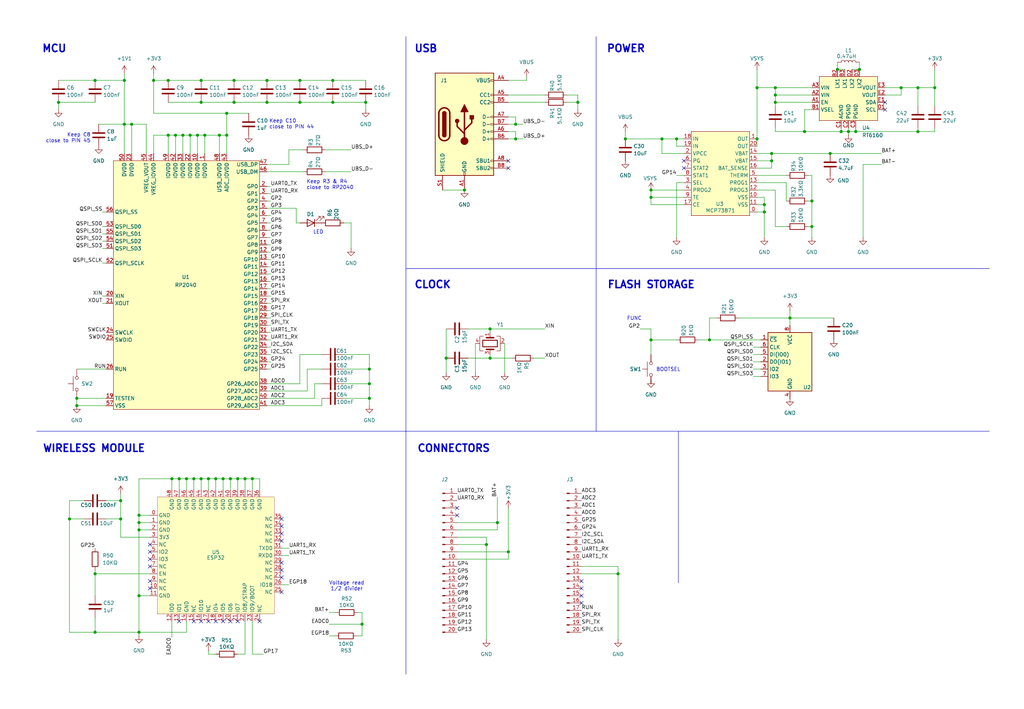
<source format=kicad_sch>
(kicad_sch (version 20231120) (generator "eeschema") (generator_version "8.0")
  (paper "User" 355.6 246.38)
  (junction (at 81.28 35.56))
  (junction (at 115.57 35.56))
  (junction (at 269.24 35.56))
  (junction (at 170.18 124.46))
  (junction (at 200.66 35.56))
  (junction (at 48.26 181.61))
  (junction (at 77.47 166.37))
  (junction (at 74.93 166.37))
  (junction (at 92.71 35.56))
  (junction (at 69.85 166.37))
  (junction (at 45.72 43.18))
  (junction (at 41.91 173.99))
  (junction (at 269.24 33.02))
  (junction (at 58.42 27.94))
  (junction (at 127 35.56))
  (junction (at 63.5 46.99))
  (junction (at 267.97 55.88))
  (junction (at 176.53 191.77))
  (junction (at 262.89 30.48))
  (junction (at 318.77 45.72))
  (junction (at 179.07 43.18))
  (junction (at 104.14 27.94))
  (junction (at 41.91 180.34))
  (junction (at 92.71 27.94))
  (junction (at 312.928 30.48))
  (junction (at 279.4 45.72))
  (junction (at 172.72 181.61))
  (junction (at 81.28 27.94))
  (junction (at 26.67 140.97))
  (junction (at 281.94 78.74))
  (junction (at 298.45 24.13))
  (junction (at 281.94 69.85))
  (junction (at 71.12 46.99))
  (junction (at 72.39 166.37))
  (junction (at 60.96 46.99))
  (junction (at 294.64 45.72))
  (junction (at 85.09 166.37))
  (junction (at 48.26 184.15))
  (junction (at 24.13 180.34))
  (junction (at 226.06 66.04))
  (junction (at 265.43 71.12))
  (junction (at 318.77 30.48))
  (junction (at 69.85 27.94))
  (junction (at 66.04 46.99))
  (junction (at 59.69 166.37))
  (junction (at 58.42 46.99))
  (junction (at 53.34 27.94))
  (junction (at 48.26 207.01))
  (junction (at 48.26 219.71))
  (junction (at 33.02 219.71))
  (junction (at 128.27 133.35))
  (junction (at 179.07 48.26))
  (junction (at 125.73 216.916))
  (junction (at 78.74 46.99))
  (junction (at 20.32 35.56))
  (junction (at 43.18 43.18))
  (junction (at 128.27 128.27))
  (junction (at 226.06 118.11))
  (junction (at 267.97 53.34))
  (junction (at 87.63 166.37))
  (junction (at 288.29 53.34))
  (junction (at 68.58 46.99))
  (junction (at 104.14 35.56))
  (junction (at 78.74 39.37))
  (junction (at 168.91 189.23))
  (junction (at 324.612 30.48))
  (junction (at 274.32 110.49))
  (junction (at 297.18 45.72))
  (junction (at 269.24 30.48))
  (junction (at 82.55 166.37))
  (junction (at 226.06 68.58))
  (junction (at 161.29 66.04))
  (junction (at 43.18 27.94))
  (junction (at 229.87 48.26))
  (junction (at 33.02 199.39))
  (junction (at 217.17 48.26))
  (junction (at 154.94 124.46))
  (junction (at 76.2 46.99))
  (junction (at 69.85 35.56))
  (junction (at 64.77 166.37))
  (junction (at 214.63 199.39))
  (junction (at 265.43 73.66))
  (junction (at 290.83 24.13))
  (junction (at 128.27 138.43))
  (junction (at 246.38 118.11))
  (junction (at 292.1 45.72))
  (junction (at 115.57 27.94))
  (junction (at 67.31 166.37))
  (junction (at 33.02 27.94))
  (junction (at 48.26 179.07))
  (junction (at 234.95 48.26))
  (junction (at 80.01 166.37))
  (junction (at 262.89 48.26))
  (junction (at 170.18 114.3))
  (junction (at 26.67 138.43))
  (junction (at 62.23 166.37))
  (no_connect (at 80.01 215.9))
  (no_connect (at 201.93 204.47))
  (no_connect (at 307.34 35.56))
  (no_connect (at 97.79 185.42))
  (no_connect (at 176.53 58.42))
  (no_connect (at 307.34 38.1))
  (no_connect (at 62.23 215.9))
  (no_connect (at 52.07 201.93))
  (no_connect (at 74.93 215.9))
  (no_connect (at 97.79 205.74))
  (no_connect (at 97.79 187.96))
  (no_connect (at 201.93 201.93))
  (no_connect (at 201.93 209.55))
  (no_connect (at 72.39 215.9))
  (no_connect (at 52.07 194.31))
  (no_connect (at 237.49 58.42))
  (no_connect (at 82.55 215.9))
  (no_connect (at 52.07 204.47))
  (no_connect (at 90.17 215.9))
  (no_connect (at 77.47 215.9))
  (no_connect (at 69.85 215.9))
  (no_connect (at 67.31 215.9))
  (no_connect (at 176.53 55.88))
  (no_connect (at 201.93 207.01))
  (no_connect (at 158.75 179.07))
  (no_connect (at 237.49 55.88))
  (no_connect (at 97.79 198.12))
  (no_connect (at 158.75 176.53))
  (no_connect (at 52.07 196.85))
  (no_connect (at 97.79 180.34))
  (no_connect (at 52.07 191.77))
  (no_connect (at 97.79 182.88))
  (no_connect (at 97.79 195.58))
  (no_connect (at 52.07 189.23))
  (no_connect (at 97.79 200.66))
  (wire (pts (xy 48.26 207.01) (xy 52.07 207.01)))
  (wire (pts (xy 267.97 53.34) (xy 288.29 53.34)))
  (wire (pts (xy 93.98 97.79) (xy 92.71 97.79)))
  (wire (pts (xy 102.87 72.39) (xy 102.87 77.47)))
  (wire (pts (xy 93.98 110.49) (xy 92.71 110.49)))
  (wire (pts (xy 261.62 123.19) (xy 264.16 123.19)))
  (wire (pts (xy 78.74 39.37) (xy 86.36 39.37)))
  (wire (pts (xy 292.1 44.45) (xy 292.1 45.72)))
  (wire (pts (xy 262.89 48.26) (xy 262.89 50.8)))
  (wire (pts (xy 45.72 43.18) (xy 45.72 53.34)))
  (wire (pts (xy 58.42 46.99) (xy 60.96 46.99)))
  (wire (pts (xy 93.98 100.33) (xy 92.71 100.33)))
  (wire (pts (xy 93.98 128.27) (xy 92.71 128.27)))
  (wire (pts (xy 72.39 166.37) (xy 69.85 166.37)))
  (wire (pts (xy 106.68 135.89) (xy 106.68 128.27)))
  (wire (pts (xy 267.97 58.42) (xy 267.97 55.88)))
  (wire (pts (xy 20.32 35.56) (xy 33.02 35.56)))
  (wire (pts (xy 128.27 128.27) (xy 128.27 133.35)))
  (wire (pts (xy 299.72 57.15) (xy 299.72 82.55)))
  (wire (pts (xy 170.18 124.46) (xy 177.8 124.46)))
  (wire (pts (xy 127 38.1) (xy 127 35.56)))
  (wire (pts (xy 324.612 30.48) (xy 324.612 36.83)))
  (wire (pts (xy 269.24 30.48) (xy 281.94 30.48)))
  (wire (pts (xy 176.53 40.64) (xy 179.07 40.64)))
  (wire (pts (xy 125.73 216.916) (xy 125.73 220.98)))
  (wire (pts (xy 312.928 30.48) (xy 312.928 33.02)))
  (wire (pts (xy 182.88 26.67) (xy 182.88 27.94)))
  (wire (pts (xy 125.73 212.852) (xy 125.73 216.916)))
  (wire (pts (xy 125.73 220.98) (xy 123.952 220.98)))
  (wire (pts (xy 189.23 114.3) (xy 170.18 114.3)))
  (wire (pts (xy 36.83 138.43) (xy 26.67 138.43)))
  (wire (pts (xy 36.83 180.34) (xy 41.91 180.34)))
  (wire (pts (xy 242.57 118.11) (xy 246.38 118.11)))
  (wire (pts (xy 297.18 44.45) (xy 297.18 45.72)))
  (wire (pts (xy 269.24 35.56) (xy 269.24 36.83)))
  (wire (pts (xy 87.63 166.37) (xy 87.63 170.18)))
  (wire (pts (xy 281.94 78.74) (xy 281.94 82.55)))
  (wire (pts (xy 90.17 170.18) (xy 90.17 166.37)))
  (wire (pts (xy 100.33 190.5) (xy 97.79 190.5)))
  (wire (pts (xy 53.34 39.37) (xy 53.34 27.94)))
  (wire (pts (xy 267.97 55.88) (xy 267.97 53.34)))
  (wire (pts (xy 24.13 180.34) (xy 29.21 180.34)))
  (wire (pts (xy 281.94 78.74) (xy 280.67 78.74)))
  (wire (pts (xy 104.14 27.94) (xy 115.57 27.94)))
  (wire (pts (xy 90.17 166.37) (xy 87.63 166.37)))
  (wire (pts (xy 82.55 227.33) (xy 85.09 227.33)))
  (wire (pts (xy 262.89 53.34) (xy 267.97 53.34)))
  (wire (pts (xy 64.77 166.37) (xy 62.23 166.37)))
  (wire (pts (xy 179.07 45.72) (xy 179.07 48.26)))
  (wire (pts (xy 93.98 118.11) (xy 92.71 118.11)))
  (wire (pts (xy 35.56 102.87) (xy 36.83 102.87)))
  (wire (pts (xy 53.34 27.94) (xy 53.34 25.4)))
  (wire (pts (xy 20.32 38.1) (xy 20.32 35.56)))
  (wire (pts (xy 294.64 45.72) (xy 297.18 45.72)))
  (wire (pts (xy 72.39 226.06) (xy 72.39 227.33)))
  (wire (pts (xy 93.98 64.77) (xy 92.71 64.77)))
  (wire (pts (xy 261.62 125.73) (xy 264.16 125.73)))
  (wire (pts (xy 200.66 33.02) (xy 200.66 35.56)))
  (wire (pts (xy 119.38 128.27) (xy 128.27 128.27)))
  (wire (pts (xy 48.26 181.61) (xy 48.26 184.15)))
  (wire (pts (xy 66.04 46.99) (xy 68.58 46.99)))
  (wire (pts (xy 119.38 138.43) (xy 128.27 138.43)))
  (wire (pts (xy 63.5 46.99) (xy 66.04 46.99)))
  (wire (pts (xy 92.71 92.71) (xy 93.98 92.71)))
  (wire (pts (xy 35.56 83.82) (xy 36.83 83.82)))
  (polyline (pts (xy 140.97 93.345) (xy 343.535 93.345)))
  (wire (pts (xy 269.24 45.72) (xy 279.4 45.72)))
  (wire (pts (xy 69.85 166.37) (xy 67.31 166.37)))
  (wire (pts (xy 262.89 68.58) (xy 265.43 68.58)))
  (wire (pts (xy 35.56 73.66) (xy 36.83 73.66)))
  (wire (pts (xy 48.26 184.15) (xy 52.07 184.15)))
  (wire (pts (xy 24.13 219.71) (xy 33.02 219.71)))
  (wire (pts (xy 33.02 199.39) (xy 33.02 207.01)))
  (wire (pts (xy 92.71 59.69) (xy 105.41 59.69)))
  (wire (pts (xy 93.98 74.93) (xy 92.71 74.93)))
  (wire (pts (xy 261.62 128.27) (xy 264.16 128.27)))
  (wire (pts (xy 104.14 35.56) (xy 115.57 35.56)))
  (wire (pts (xy 114.3 212.852) (xy 116.586 212.852)))
  (wire (pts (xy 234.95 48.26) (xy 234.95 50.8)))
  (wire (pts (xy 35.56 86.36) (xy 36.83 86.36)))
  (wire (pts (xy 281.94 60.96) (xy 281.94 69.85)))
  (wire (pts (xy 26.67 128.27) (xy 36.83 128.27)))
  (wire (pts (xy 262.89 30.48) (xy 269.24 30.48)))
  (wire (pts (xy 76.2 46.99) (xy 78.74 46.99)))
  (wire (pts (xy 154.94 129.54) (xy 154.94 124.46)))
  (wire (pts (xy 93.98 77.47) (xy 92.71 77.47)))
  (wire (pts (xy 41.91 186.69) (xy 52.07 186.69)))
  (wire (pts (xy 92.71 135.89) (xy 106.68 135.89)))
  (wire (pts (xy 85.09 166.37) (xy 82.55 166.37)))
  (wire (pts (xy 58.42 27.94) (xy 69.85 27.94)))
  (wire (pts (xy 234.95 50.8) (xy 237.49 50.8)))
  (wire (pts (xy 53.34 27.94) (xy 58.42 27.94)))
  (wire (pts (xy 102.87 77.47) (xy 104.14 77.47)))
  (wire (pts (xy 92.71 27.94) (xy 104.14 27.94)))
  (wire (pts (xy 68.58 46.99) (xy 68.58 53.34)))
  (wire (pts (xy 262.89 66.04) (xy 269.24 66.04)))
  (wire (pts (xy 294.64 45.72) (xy 294.64 46.99)))
  (wire (pts (xy 121.92 77.47) (xy 121.92 86.36)))
  (wire (pts (xy 172.72 184.15) (xy 172.72 181.61)))
  (wire (pts (xy 80.01 166.37) (xy 80.01 170.18)))
  (wire (pts (xy 59.69 166.37) (xy 48.26 166.37)))
  (wire (pts (xy 104.14 123.19) (xy 111.76 123.19)))
  (wire (pts (xy 77.47 166.37) (xy 77.47 170.18)))
  (wire (pts (xy 170.18 123.19) (xy 170.18 124.46)))
  (wire (pts (xy 111.76 140.97) (xy 92.71 140.97)))
  (wire (pts (xy 269.24 30.48) (xy 269.24 33.02)))
  (wire (pts (xy 312.928 30.48) (xy 318.77 30.48)))
  (wire (pts (xy 68.58 46.99) (xy 71.12 46.99)))
  (wire (pts (xy 113.03 59.69) (xy 121.92 59.69)))
  (wire (pts (xy 114.3 220.98) (xy 116.332 220.98)))
  (wire (pts (xy 318.77 30.48) (xy 318.77 36.83)))
  (wire (pts (xy 294.64 44.45) (xy 294.64 45.72)))
  (wire (pts (xy 246.38 110.49) (xy 248.92 110.49)))
  (wire (pts (xy 324.612 24.13) (xy 324.612 30.48)))
  (wire (pts (xy 64.77 166.37) (xy 64.77 170.18)))
  (wire (pts (xy 109.22 138.43) (xy 109.22 133.35)))
  (wire (pts (xy 43.18 43.18) (xy 43.18 53.34)))
  (wire (pts (xy 62.23 166.37) (xy 59.69 166.37)))
  (wire (pts (xy 154.94 124.46) (xy 154.94 114.3)))
  (wire (pts (xy 93.98 90.17) (xy 92.71 90.17)))
  (wire (pts (xy 33.02 219.71) (xy 48.26 219.71)))
  (wire (pts (xy 50.8 43.18) (xy 50.8 53.34)))
  (wire (pts (xy 234.95 63.5) (xy 234.95 82.55)))
  (wire (pts (xy 246.38 118.11) (xy 264.16 118.11)))
  (wire (pts (xy 64.77 215.9) (xy 64.77 219.71)))
  (wire (pts (xy 226.06 118.11) (xy 234.95 118.11)))
  (wire (pts (xy 35.56 91.44) (xy 36.83 91.44)))
  (wire (pts (xy 92.71 35.56) (xy 104.14 35.56)))
  (wire (pts (xy 60.96 46.99) (xy 63.5 46.99)))
  (wire (pts (xy 172.72 181.61) (xy 172.72 172.72)))
  (wire (pts (xy 93.98 105.41) (xy 92.71 105.41)))
  (wire (pts (xy 237.49 53.34) (xy 229.87 53.34)))
  (wire (pts (xy 93.98 107.95) (xy 92.71 107.95)))
  (wire (pts (xy 318.77 45.72) (xy 297.18 45.72)))
  (wire (pts (xy 66.04 46.99) (xy 66.04 53.34)))
  (wire (pts (xy 43.18 27.94) (xy 43.18 43.18)))
  (wire (pts (xy 217.17 48.26) (xy 229.87 48.26)))
  (wire (pts (xy 97.79 203.2) (xy 100.33 203.2)))
  (wire (pts (xy 53.34 39.37) (xy 78.74 39.37)))
  (wire (pts (xy 281.94 69.85) (xy 281.94 78.74)))
  (wire (pts (xy 48.26 179.07) (xy 48.26 181.61)))
  (wire (pts (xy 226.06 68.58) (xy 226.06 71.12)))
  (wire (pts (xy 93.98 67.31) (xy 92.71 67.31)))
  (wire (pts (xy 262.89 24.13) (xy 262.89 30.48)))
  (wire (pts (xy 226.06 71.12) (xy 237.49 71.12)))
  (wire (pts (xy 222.25 114.3) (xy 226.06 114.3)))
  (wire (pts (xy 87.63 166.37) (xy 85.09 166.37)))
  (wire (pts (xy 201.93 196.85) (xy 214.63 196.85)))
  (wire (pts (xy 306.07 57.15) (xy 299.72 57.15)))
  (wire (pts (xy 100.33 52.07) (xy 105.41 52.07)))
  (wire (pts (xy 33.02 199.39) (xy 52.07 199.39)))
  (polyline (pts (xy 12.7 149.86) (xy 140.97 149.86)))
  (polyline (pts (xy 235.585 149.86) (xy 235.585 202.565)))
  (wire (pts (xy 153.67 66.04) (xy 161.29 66.04)))
  (wire (pts (xy 246.38 118.11) (xy 246.38 110.49)))
  (wire (pts (xy 59.69 215.9) (xy 59.69 221.488)))
  (wire (pts (xy 43.18 43.18) (xy 45.72 43.18)))
  (wire (pts (xy 72.39 227.33) (xy 74.93 227.33)))
  (wire (pts (xy 279.4 38.1) (xy 281.94 38.1)))
  (wire (pts (xy 175.26 119.38) (xy 175.26 129.54)))
  (polyline (pts (xy 140.97 149.86) (xy 140.97 149.86)))
  (wire (pts (xy 100.33 57.15) (xy 100.33 52.07)))
  (wire (pts (xy 318.77 44.45) (xy 318.77 45.72)))
  (wire (pts (xy 262.89 55.88) (xy 267.97 55.88)))
  (wire (pts (xy 113.03 52.07) (xy 121.92 52.07)))
  (wire (pts (xy 93.98 113.03) (xy 92.71 113.03)))
  (wire (pts (xy 176.53 45.72) (xy 179.07 45.72)))
  (wire (pts (xy 53.34 53.34) (xy 53.34 46.99)))
  (wire (pts (xy 109.22 133.35) (xy 111.76 133.35)))
  (wire (pts (xy 100.33 193.04) (xy 97.79 193.04)))
  (wire (pts (xy 262.89 30.48) (xy 262.89 48.26)))
  (wire (pts (xy 41.91 173.99) (xy 41.91 180.34)))
  (wire (pts (xy 26.67 140.97) (xy 36.83 140.97)))
  (wire (pts (xy 288.29 53.34) (xy 306.07 53.34)))
  (wire (pts (xy 93.98 80.01) (xy 92.71 80.01)))
  (wire (pts (xy 53.34 46.99) (xy 58.42 46.99)))
  (wire (pts (xy 63.5 46.99) (xy 63.5 53.34)))
  (wire (pts (xy 128.27 123.19) (xy 128.27 128.27)))
  (wire (pts (xy 58.42 35.56) (xy 69.85 35.56)))
  (wire (pts (xy 119.38 123.19) (xy 128.27 123.19)))
  (wire (pts (xy 274.32 110.49) (xy 274.32 113.03)))
  (wire (pts (xy 85.09 166.37) (xy 85.09 170.18)))
  (wire (pts (xy 226.06 123.19) (xy 226.06 118.11)))
  (wire (pts (xy 67.31 166.37) (xy 67.31 170.18)))
  (wire (pts (xy 93.98 82.55) (xy 92.71 82.55)))
  (wire (pts (xy 93.98 125.73) (xy 92.71 125.73)))
  (wire (pts (xy 158.75 181.61) (xy 172.72 181.61)))
  (wire (pts (xy 24.13 180.34) (xy 24.13 219.71)))
  (wire (pts (xy 269.24 33.02) (xy 269.24 35.56)))
  (wire (pts (xy 92.71 138.43) (xy 109.22 138.43)))
  (wire (pts (xy 114.3 216.916) (xy 125.73 216.916)))
  (wire (pts (xy 93.98 95.25) (xy 92.71 95.25)))
  (wire (pts (xy 48.26 184.15) (xy 48.26 207.01)))
  (wire (pts (xy 269.24 33.02) (xy 281.94 33.02)))
  (wire (pts (xy 162.56 124.46) (xy 170.18 124.46)))
  (wire (pts (xy 77.47 166.37) (xy 74.93 166.37)))
  (wire (pts (xy 104.14 123.19) (xy 104.14 133.35)))
  (wire (pts (xy 226.06 66.04) (xy 237.49 66.04)))
  (wire (pts (xy 269.24 45.72) (xy 269.24 44.45)))
  (wire (pts (xy 189.23 33.02) (xy 176.53 33.02)))
  (wire (pts (xy 234.95 48.26) (xy 237.49 48.26)))
  (wire (pts (xy 93.98 123.19) (xy 92.71 123.19)))
  (wire (pts (xy 76.2 46.99) (xy 76.2 53.34)))
  (wire (pts (xy 48.26 220.98) (xy 48.26 219.71)))
  (wire (pts (xy 62.23 166.37) (xy 62.23 170.18)))
  (wire (pts (xy 67.31 166.37) (xy 64.77 166.37)))
  (wire (pts (xy 48.26 207.01) (xy 48.26 219.71)))
  (wire (pts (xy 162.56 114.3) (xy 170.18 114.3)))
  (wire (pts (xy 69.85 27.94) (xy 81.28 27.94)))
  (wire (pts (xy 74.93 166.37) (xy 74.93 170.18)))
  (wire (pts (xy 307.34 33.02) (xy 312.928 33.02)))
  (wire (pts (xy 35.56 81.28) (xy 36.83 81.28)))
  (wire (pts (xy 48.26 219.71) (xy 64.77 219.71)))
  (wire (pts (xy 35.56 105.41) (xy 36.83 105.41)))
  (wire (pts (xy 176.53 43.18) (xy 179.07 43.18)))
  (wire (pts (xy 69.85 35.56) (xy 81.28 35.56)))
  (wire (pts (xy 115.57 35.56) (xy 127 35.56)))
  (wire (pts (xy 158.75 186.69) (xy 168.91 186.69)))
  (wire (pts (xy 196.85 35.56) (xy 200.66 35.56)))
  (wire (pts (xy 85.09 215.9) (xy 85.09 227.33)))
  (wire (pts (xy 226.06 66.04) (xy 226.06 68.58)))
  (wire (pts (xy 176.53 48.26) (xy 179.07 48.26)))
  (wire (pts (xy 121.92 77.47) (xy 119.38 77.47)))
  (wire (pts (xy 229.87 48.26) (xy 234.95 48.26)))
  (wire (pts (xy 262.89 60.96) (xy 273.05 60.96)))
  (wire (pts (xy 78.74 46.99) (xy 78.74 39.37)))
  (wire (pts (xy 261.62 120.65) (xy 264.16 120.65)))
  (wire (pts (xy 81.28 27.94) (xy 92.71 27.94)))
  (wire (pts (xy 295.91 24.13) (xy 298.45 24.13)))
  (wire (pts (xy 92.71 69.85) (xy 93.98 69.85)))
  (wire (pts (xy 237.49 63.5) (xy 234.95 63.5)))
  (wire (pts (xy 52.07 179.07) (xy 48.26 179.07)))
  (wire (pts (xy 214.63 196.85) (xy 214.63 199.39)))
  (wire (pts (xy 48.26 181.61) (xy 52.07 181.61)))
  (wire (pts (xy 93.98 85.09) (xy 92.71 85.09)))
  (wire (pts (xy 262.89 73.66) (xy 265.43 73.66)))
  (wire (pts (xy 185.42 124.46) (xy 189.23 124.46)))
  (wire (pts (xy 307.34 30.48) (xy 312.928 30.48)))
  (wire (pts (xy 71.12 46.99) (xy 76.2 46.99)))
  (wire (pts (xy 24.13 173.99) (xy 29.21 173.99)))
  (wire (pts (xy 269.24 66.04) (xy 269.24 78.74)))
  (wire (pts (xy 269.24 35.56) (xy 281.94 35.56)))
  (wire (pts (xy 176.53 194.31) (xy 158.75 194.31)))
  (wire (pts (xy 43.18 25.4) (xy 43.18 27.94)))
  (wire (pts (xy 33.02 27.94) (xy 43.18 27.94)))
  (wire (pts (xy 176.53 176.53) (xy 176.53 191.77)))
  (wire (pts (xy 262.89 71.12) (xy 265.43 71.12)))
  (wire (pts (xy 115.57 27.94) (xy 127 27.94)))
  (wire (pts (xy 119.38 133.35) (xy 128.27 133.35)))
  (wire (pts (xy 104.14 133.35) (xy 92.71 133.35)))
  (polyline (pts (xy 207.01 12.7) (xy 207.01 149.86)))
  (wire (pts (xy 36.83 173.99) (xy 41.91 173.99)))
  (wire (pts (xy 158.75 184.15) (xy 172.72 184.15)))
  (wire (pts (xy 256.54 110.49) (xy 274.32 110.49)))
  (wire (pts (xy 82.55 166.37) (xy 82.55 170.18)))
  (wire (pts (xy 33.02 214.63) (xy 33.02 219.71)))
  (wire (pts (xy 92.71 72.39) (xy 102.87 72.39)))
  (wire (pts (xy 87.63 227.33) (xy 87.63 215.9)))
  (wire (pts (xy 290.83 21.59) (xy 290.83 24.13)))
  (wire (pts (xy 281.94 60.96) (xy 280.67 60.96)))
  (wire (pts (xy 179.07 48.26) (xy 181.61 48.26)))
  (wire (pts (xy 41.91 180.34) (xy 41.91 186.69)))
  (wire (pts (xy 33.02 198.12) (xy 33.02 199.39)))
  (wire (pts (xy 45.72 43.18) (xy 50.8 43.18)))
  (wire (pts (xy 92.71 102.87) (xy 93.98 102.87)))
  (wire (pts (xy 41.91 171.45) (xy 41.91 173.99)))
  (wire (pts (xy 59.69 166.37) (xy 59.69 170.18)))
  (wire (pts (xy 318.77 45.72) (xy 324.612 45.72)))
  (polyline (pts (xy 140.97 149.86) (xy 140.97 234.315)))
  (wire (pts (xy 226.06 68.58) (xy 237.49 68.58)))
  (wire (pts (xy 93.98 87.63) (xy 92.71 87.63)))
  (wire (pts (xy 273.05 69.85) (xy 273.05 63.5)))
  (wire (pts (xy 158.75 189.23) (xy 168.91 189.23)))
  (wire (pts (xy 265.43 73.66) (xy 265.43 82.55)))
  (wire (pts (xy 24.13 173.99) (xy 24.13 180.34)))
  (wire (pts (xy 71.12 46.99) (xy 71.12 53.34)))
  (wire (pts (xy 201.93 199.39) (xy 214.63 199.39)))
  (wire (pts (xy 179.07 43.18) (xy 181.61 43.18)))
  (wire (pts (xy 274.32 110.49) (xy 289.56 110.49)))
  (wire (pts (xy 214.63 199.39) (xy 214.63 222.25)))
  (wire (pts (xy 324.612 45.72) (xy 324.612 44.45)))
  (wire (pts (xy 128.27 138.43) (xy 128.27 140.97)))
  (wire (pts (xy 279.4 38.1) (xy 279.4 45.72)))
  (wire (pts (xy 265.43 68.58) (xy 265.43 71.12)))
  (wire (pts (xy 92.71 120.65) (xy 93.98 120.65)))
  (wire (pts (xy 179.07 40.64) (xy 179.07 43.18)))
  (wire (pts (xy 298.45 21.59) (xy 298.45 24.13)))
  (wire (pts (xy 269.24 78.74) (xy 273.05 78.74)))
  (wire (pts (xy 81.28 35.56) (xy 92.71 35.56)))
  (wire (pts (xy 200.66 35.56) (xy 200.66 38.1)))
  (wire (pts (xy 281.94 69.85) (xy 280.67 69.85)))
  (wire (pts (xy 58.42 46.99) (xy 58.42 53.34)))
  (wire (pts (xy 176.53 191.77) (xy 176.53 194.31)))
  (wire (pts (xy 128.27 133.35) (xy 128.27 138.43)))
  (wire (pts (xy 69.85 166.37) (xy 69.85 170.18)))
  (wire (pts (xy 176.53 27.94) (xy 182.88 27.94)))
  (wire (pts (xy 279.4 45.72) (xy 292.1 45.72)))
  (wire (pts (xy 189.23 35.56) (xy 176.53 35.56)))
  (wire (pts (xy 93.98 115.57) (xy 92.71 115.57)))
  (wire (pts (xy 226.06 133.35) (xy 226.06 132.08)))
  (wire (pts (xy 234.95 60.96) (xy 237.49 60.96)))
  (wire (pts (xy 92.71 57.15) (xy 100.33 57.15)))
  (wire (pts (xy 273.05 63.5) (xy 262.89 63.5)))
  (wire (pts (xy 170.18 114.3) (xy 170.18 115.57)))
  (polyline (pts (xy 140.97 12.7) (xy 140.97 149.86)))
  (wire (pts (xy 124.206 212.852) (xy 125.73 212.852)))
  (wire (pts (xy 292.1 45.72) (xy 294.64 45.72)))
  (wire (pts (xy 168.91 186.69) (xy 168.91 189.23)))
  (wire (pts (xy 158.75 191.77) (xy 176.53 191.77)))
  (wire (pts (xy 74.93 166.37) (xy 72.39 166.37)))
  (wire (pts (xy 91.44 227.33) (xy 87.63 227.33)))
  (wire (pts (xy 226.06 114.3) (xy 226.06 118.11)))
  (wire (pts (xy 72.39 166.37) (xy 72.39 170.18)))
  (wire (pts (xy 196.85 33.02) (xy 200.66 33.02)))
  (wire (pts (xy 262.89 58.42) (xy 267.97 58.42)))
  (polyline (pts (xy 140.97 149.86) (xy 343.535 149.86)))
  (wire (pts (xy 35.56 78.74) (xy 36.83 78.74)))
  (wire (pts (xy 168.91 189.23) (xy 168.91 222.25)))
  (wire (pts (xy 82.55 166.37) (xy 80.01 166.37)))
  (wire (pts (xy 34.29 43.18) (xy 43.18 43.18)))
  (wire (pts (xy 26.67 138.43) (xy 26.67 140.97)))
  (wire (pts (xy 265.43 71.12) (xy 265.43 73.66)))
  (wire (pts (xy 60.96 46.99) (xy 60.96 53.34)))
  (wire (pts (xy 261.62 130.81) (xy 264.16 130.81)))
  (wire (pts (xy 20.32 27.94) (xy 33.02 27.94)))
  (wire (pts (xy 290.83 24.13) (xy 293.37 24.13)))
  (wire (pts (xy 217.17 45.72) (xy 217.17 48.26)))
  (wire (pts (xy 78.74 53.34) (xy 78.74 46.99)))
  (wire (pts (xy 229.87 53.34) (xy 229.87 48.26)))
  (wire (pts (xy 80.01 166.37) (xy 77.47 166.37)))
  (wire (pts (xy 274.32 107.95) (xy 274.32 110.49)))
  (wire (pts (xy 48.26 166.37) (xy 48.26 179.07)))
  (wire (pts (xy 318.77 30.48) (xy 324.612 30.48)))
  (wire (pts (xy 111.76 138.43) (xy 111.76 140.97)))
  (wire (pts (xy 165.1 119.38) (xy 165.1 129.54)))
  (wire (pts (xy 106.68 128.27) (xy 111.76 128.27)))
  (text "POWER" (at 210.566 17.018 0) (effects (font (size 2.54 2.54) (thickness 0.508) (bold yes)) (justify left)))
  (text "CONNECTORS" (at 144.78 155.956 0) (effects (font (size 2.54 2.54) (thickness 0.508) (bold yes)) (justify left)))
  (text "USB" (at 143.764 17.018 0) (effects (font (size 2.54 2.54) (thickness 0.508) (bold yes)) (justify left)))
  (text "Keep R3 & R4 \nclose to RP2040" (at 106.426 64.262 0) (effects (font (size 1.27 1.27)) (justify left)))
  (text "WIRELESS MODULE\n" (at 14.732 155.956 0) (effects (font (size 2.54 2.54) (thickness 0.508) (bold yes)) (justify left)))
  (text "Keep C8\nclose to PIN 45" (at 31.496 48.006 0) (effects (font (size 1.27 1.27)) (justify right)))
  (text "Voltage read\n1/2 divider" (at 120.396 203.708 0) (effects (font (size 1.27 1.27))))
  (text "CLOCK" (at 143.764 99.06 0) (effects (font (size 2.54 2.54) (thickness 0.508) (bold yes)) (justify left)))
  (text "FUNC" (at 217.678 110.744 0) (effects (font (size 1.27 1.27)) (justify left)))
  (text "LED" (at 108.712 80.772 0) (effects (font (size 1.27 1.27)) (justify left)))
  (text "BOOTSEL" (at 227.838 128.524 0) (effects (font (size 1.27 1.27)) (justify left)))
  (text "FLASH STORAGE" (at 210.82 99.06 0) (effects (font (size 2.54 2.54) (thickness 0.508) (bold yes)) (justify left)))
  (text "Keep C10 \nclose to PIN 44" (at 93.472 43.18 0) (effects (font (size 1.27 1.27)) (justify left)))
  (text "MCU" (at 14.478 17.018 0) (effects (font (size 2.54 2.54) (thickness 0.508) (bold yes)) (justify left)))
  (label "GP17" (at 93.98 107.95 0))
  (label "GP5" (at 93.98 77.47 0))
  (label "UBS_D+" (at 121.92 52.07 0))
  (label "GP11" (at 158.75 214.63 0))
  (label "RUN" (at 201.93 212.09 0))
  (label "ADC2" (at 93.98 138.43 0))
  (label "UART1_RX" (at 100.33 190.5 0))
  (label "UBS_D-" (at 121.92 59.69 0))
  (label "XOUT" (at 189.23 124.46 0))
  (label "GP25" (at 201.93 181.61 0))
  (label "GP15" (at 93.98 102.87 0))
  (label "I2C_SCL" (at 201.93 186.69 0))
  (label "QSPI_SCLK" (at 35.56 91.44 180))
  (label "QSPI_SS" (at 261.62 118.11 180))
  (label "BAT-" (at 306.07 57.15 0))
  (label "GP9" (at 93.98 87.63 0))
  (label "QSPI_SD2" (at 261.62 128.27 180))
  (label "GP14" (at 93.98 100.33 0))
  (label "UART1_TX" (at 201.93 194.31 0))
  (label "QSPI_SD1" (at 35.56 81.28 180))
  (label "ADC0" (at 201.93 179.07 0))
  (label "GP3" (at 93.98 72.39 0))
  (label "GP24" (at 201.93 184.15 0))
  (label "SPI_CLK" (at 201.93 219.71 0))
  (label "UBS_D+" (at 181.61 48.26 0))
  (label "BAT+" (at 306.07 53.34 0))
  (label "GP13" (at 158.75 219.71 0))
  (label "ADC1" (at 201.93 176.53 0))
  (label "SPI_CLK" (at 93.98 110.49 0))
  (label "QSPI_SD2" (at 35.56 83.82 180))
  (label "XIN" (at 189.23 114.3 0))
  (label "SPI_TX" (at 93.98 113.03 0))
  (label "GP6" (at 158.75 201.93 0))
  (label "GP11" (at 93.98 92.71 0))
  (label "GP5" (at 158.75 199.39 0))
  (label "QSPI_SD0" (at 261.62 123.19 180))
  (label "GP10" (at 93.98 90.17 0))
  (label "GP7" (at 93.98 82.55 0))
  (label "ADC3" (at 93.98 140.97 0))
  (label "I2C_SCL" (at 93.98 123.19 0))
  (label "SPI_RX" (at 93.98 105.41 0))
  (label "UART1_TX" (at 93.98 115.57 0))
  (label "QSPI_SD0" (at 35.56 78.74 180))
  (label "UART1_RX" (at 201.93 191.77 0))
  (label "UART0_RX" (at 93.98 67.31 0))
  (label "GP7" (at 158.75 204.47 0))
  (label "SWCLK" (at 36.83 115.57 180))
  (label "GP2" (at 222.25 114.3 180))
  (label "QSPI_SD1" (at 261.62 125.73 180))
  (label "QSPI_SD3" (at 261.62 130.81 180))
  (label "GP8" (at 158.75 207.01 0))
  (label "ADC1" (at 93.98 135.89 0))
  (label "GP24" (at 93.98 125.73 0))
  (label "BAT+" (at 114.3 212.852 180))
  (label "GP2" (at 93.98 69.85 0))
  (label "SWDIO" (at 36.83 118.11 180))
  (label "RUN" (at 36.83 128.27 180))
  (label "GP12" (at 93.98 95.25 0))
  (label "GP4" (at 158.75 196.85 0))
  (label "EGP18" (at 114.3 220.98 180))
  (label "BAT+" (at 172.72 172.72 90))
  (label "GP6" (at 93.98 80.01 0))
  (label "ADC0" (at 93.98 133.35 0))
  (label "UART1_RX" (at 93.98 118.11 0))
  (label "GP4" (at 93.98 74.93 0))
  (label "I2C_SDA" (at 93.98 120.65 0))
  (label "GP25" (at 33.02 190.5 180))
  (label "UART0_TX" (at 158.75 171.45 0))
  (label "XOUT" (at 35.56 105.41 180))
  (label "ADC2" (at 201.93 173.99 0))
  (label "XIN" (at 35.56 102.87 180))
  (label "GP9" (at 158.75 209.55 0))
  (label "EADC0" (at 114.3 216.916 180))
  (label "QSPI_SS" (at 35.56 73.66 180))
  (label "GP8" (at 93.98 85.09 0))
  (label "GP14" (at 234.95 60.96 180))
  (label "GP13" (at 93.98 97.79 0))
  (label "GP12" (at 158.75 217.17 0))
  (label "UBS_D-" (at 181.61 43.18 0))
  (label "QSPI_SD3" (at 35.56 86.36 180))
  (label "I2C_SDA" (at 201.93 189.23 0))
  (label "QSPI_SCLK" (at 261.62 120.65 180))
  (label "UART1_TX" (at 100.33 193.04 0))
  (label "EADC0" (at 59.69 221.488 270))
  (label "GP25" (at 93.98 128.27 0))
  (label "EGP18" (at 100.33 203.2 0))
  (label "SPI_TX" (at 201.93 217.17 0))
  (label "GP10" (at 158.75 212.09 0))
  (label "SPI_RX" (at 201.93 214.63 0))
  (label "UART0_TX" (at 93.98 64.77 0))
  (label "GP17" (at 91.44 227.33 0))
  (label "ADC3" (at 201.93 171.45 0))
  (label "UART0_RX" (at 158.75 173.99 0))
  (symbol (lib_id "power:GND") (at 175.26 129.54 0) (unit 1)
    (property "Reference" "#PWR022" (effects (hide yes)))
    (property "Value" "GND" (at 175.26 134.62 0))
    (property "Description" "Power symbol creates a global label with name \"GND\" , ground" (effects (hide yes)))
  )
  (symbol (lib_id "power:GND") (at 234.95 82.55 0) (unit 1)
    (property "Reference" "#PWR032" (effects (hide yes)))
    (property "Value" "GND" (at 234.95 87.63 0))
    (property "Description" "Power symbol creates a global label with name \"GND\" , ground" (effects (hide yes)))
  )
  (symbol (lib_id "Device:C") (at 86.36 43.18 180) (unit 1)
    (property "Reference" "C10" (at 89.154 41.91 0) (effects (justify right)))
    (property "Value" "1uF" (at 89.154 44.45 0) (effects (justify right)))
    (property "Footprint" "ILO_fp:0402_compact" (effects (hide yes)))
    (property "Description" "Unpolarized capacitor" (effects (hide yes)))
    (property "LCSC" "C52923" (effects (hide yes)))
    (property "Export" "yes" (effects (hide yes)))
    (property "Group" "C" (effects (hide yes)))
    (property "Mount" "SMD" (effects (hide yes)))
  )
  (symbol (lib_id "Device:R") (at 276.86 60.96 90) (unit 1)
    (property "Reference" "R34" (at 275.59 59.69 0) (effects (justify left)))
    (property "Value" "10KΩ" (at 278.13 59.69 0) (effects (justify left)))
    (property "Footprint" "ILO_fp:0402_compact" (effects (hide yes)))
    (property "Description" "Resistor" (effects (hide yes)))
    (property "LCSC" "C25744" (effects (hide yes)))
    (property "Export" "yes" (effects (hide yes)))
    (property "Group" "R" (effects (hide yes)))
    (property "Mount" "SMD" (effects (hide yes)))
  )
  (symbol (lib_id "power:GND") (at 288.29 60.96 0) (unit 1)
    (property "Reference" "#PWR045" (effects (hide yes)))
    (property "Value" "GND" (at 292.862 62.738 0))
    (property "Description" "Power symbol creates a global label with name \"GND\" , ground" (effects (hide yes)))
  )
  (symbol (lib_id "Device:C") (at 158.75 124.46 270) (unit 1)
    (property "Reference" "C3" (at 158.75 129.54 0) (effects (justify right)))
    (property "Value" "15pF" (at 161.29 129.54 0) (effects (justify right)))
    (property "Footprint" "ILO_fp:0402_compact" (effects (hide yes)))
    (property "Description" "Unpolarized capacitor" (effects (hide yes)))
    (property "LCSC" "C1548" (effects (hide yes)))
    (property "Export" "yes" (effects (hide yes)))
    (property "Group" "C" (effects (hide yes)))
    (property "Mount" "SMD" (effects (hide yes)))
  )
  (symbol (lib_id "ILO_sym:Raspberry_RP2040") (at 64.77 99.06 0) (unit 1)
    (property "Reference" "U1" (at 64.516 96.266 0))
    (property "Value" "RP2040" (at 64.516 99.06 0))
    (property "Footprint" "Package_DFN_QFN:QFN-56-1EP_7x7mm_P0.4mm_EP3.2x3.2mm" (effects (hide yes)))
    (property "Export" "yes" (effects (hide yes)))
    (property "LCSC" "C2040" (effects (hide yes)))
    (property "Mount" "SMD" (effects (hide yes)))
    (property "Group" "MCU" (effects (hide yes)))
  )
  (symbol (lib_id "power:GND") (at 34.29 50.8 0) (unit 1)
    (property "Reference" "#PWR03" (effects (hide yes)))
    (property "Value" "GND" (at 34.29 55.88 0))
    (property "Description" "Power symbol creates a global label with name \"GND\" , ground" (effects (hide yes)))
  )
  (symbol (lib_id "Device:L") (at 294.64 21.59 90) (unit 1)
    (property "Reference" "L1" (at 295.91 17.526 90) (effects (justify left)))
    (property "Value" "0.47uH" (at 297.434 19.558 90) (effects (justify left)))
    (property "Footprint" "ILO_fp:0603_compact" (effects (hide yes)))
    (property "Description" "Inductor" (effects (hide yes)))
    (property "Export" "yes" (effects (hide yes)))
    (property "Group" "L" (effects (hide yes)))
    (property "LCSC" "C341701" (effects (hide yes)))
    (property "Mount" "SMD" (effects (hide yes)))
  )
  (symbol (lib_id "ILO_sym:Richtek_RT6160") (at 294.64 34.29 0) (unit 1)
    (property "Reference" "U4" (at 299.3741 44.45 0) (effects (justify left)))
    (property "Value" "RT6160" (at 299.3741 46.99 0) (effects (justify left)))
    (property "Footprint" "ILO_fp:WL-CSP-15B-1.4x2.3" (effects (hide yes)))
    (property "Export" "yes" (effects (hide yes)))
    (property "Group" "Buck-Boost" (effects (hide yes)))
    (property "LCSC" "C7065276" (effects (hide yes)))
    (property "Mount" "SMD" (effects (hide yes)))
  )
  (symbol (lib_id "Switch:SW_Push") (at 226.06 128.27 90) (unit 1)
    (property "Reference" "SW1" (at 218.694 128.27 90) (effects (justify right)))
    (property "Value" "Button top" (effects (hide yes)))
    (property "Footprint" "ILO_fp:Alpsalpine_SKRP_compact" (effects (hide yes)))
    (property "Description" "Push button switch, generic, two pins" (effects (hide yes)))
    (property "Export" "yes" (effects (hide yes)))
    (property "Group" "Button" (effects (hide yes)))
    (property "LCSC" "C139797" (effects (hide yes)))
    (property "Mount" "SMD" (effects (hide yes)))
  )
  (symbol (lib_id "Device:C") (at 20.32 31.75 180) (unit 1)
    (property "Reference" "C6" (at 23.114 30.48 0) (effects (justify right)))
    (property "Value" "100nF" (at 23.114 33.02 0) (effects (justify right)))
    (property "Footprint" "ILO_fp:0402_compact" (effects (hide yes)))
    (property "Description" "Unpolarized capacitor" (effects (hide yes)))
    (property "LCSC" "C1525" (effects (hide yes)))
    (property "Export" "yes" (effects (hide yes)))
    (property "Group" "C" (effects (hide yes)))
    (property "Mount" "SMD" (effects (hide yes)))
  )
  (symbol (lib_id "Device:C") (at 33.02 210.82 180) (unit 1)
    (property "Reference" "C52" (at 35.814 209.55 0) (effects (justify right)))
    (property "Value" "1uF" (at 35.814 212.09 0) (effects (justify right)))
    (property "Footprint" "ILO_fp:0402_compact" (effects (hide yes)))
    (property "Description" "Unpolarized capacitor" (effects (hide yes)))
    (property "LCSC" "C52923" (effects (hide yes)))
    (property "Export" "yes" (effects (hide yes)))
    (property "Group" "C" (effects (hide yes)))
    (property "Mount" "SMD" (effects (hide yes)))
  )
  (symbol (lib_id "power:GND") (at 289.56 118.11 0) (unit 1)
    (property "Reference" "#PWR026" (effects (hide yes)))
    (property "Value" "GND" (at 289.56 123.19 0))
    (property "Description" "Power symbol creates a global label with name \"GND\" , ground" (effects (hide yes)))
  )
  (symbol (lib_id "power:GND") (at 154.94 129.54 0) (unit 1)
    (property "Reference" "#PWR07" (effects (hide yes)))
    (property "Value" "GND" (at 154.94 134.62 0))
    (property "Description" "Power symbol creates a global label with name \"GND\" , ground" (effects (hide yes)))
  )
  (symbol (lib_id "ILO_sym:Microchip_MCP73871") (at 250.19 60.96 0) (unit 1)
    (property "Reference" "U3" (at 249.936 70.866 0))
    (property "Value" "MCP73871" (at 250.19 73.152 0))
    (property "Footprint" "ILO_fp:QFN20_internal_routing" (effects (hide yes)))
    (property "Group" "Power IC" (effects (hide yes)))
    (property "Export" "yes" (effects (hide yes)))
    (property "LCSC" "C511310" (effects (hide yes)))
    (property "Mount" "SMD" (effects (hide yes)))
  )
  (symbol (lib_id "Switch:SW_Push") (at 26.67 133.35 90) (unit 1)
    (property "Reference" "SW2" (at 28.194 133.35 90) (effects (justify right)))
    (property "Value" "Button side" (effects (hide yes)))
    (property "Footprint" "ILO_fp:Alpsalpine_SKSC" (effects (hide yes)))
    (property "Description" "Push button switch, generic, two pins" (effects (hide yes)))
    (property "Export" "yes" (effects (hide yes)))
    (property "Group" "Button" (effects (hide yes)))
    (property "LCSC" "C115362" (effects (hide yes)))
    (property "Mount" "SMD" (effects (hide yes)))
  )
  (symbol (lib_id "Device:C") (at 81.28 31.75 180) (unit 1)
    (property "Reference" "C12" (at 84.074 30.48 0) (effects (justify right)))
    (property "Value" "100nF" (at 84.074 33.02 0) (effects (justify right)))
    (property "Footprint" "ILO_fp:0402_compact" (effects (hide yes)))
    (property "Description" "Unpolarized capacitor" (effects (hide yes)))
    (property "LCSC" "C1525" (effects (hide yes)))
    (property "Export" "yes" (effects (hide yes)))
    (property "Group" "C" (effects (hide yes)))
    (property "Mount" "SMD" (effects (hide yes)))
  )
  (symbol (lib_id "Connector:Conn_01x20_Pin") (at 153.67 194.31 0) (unit 1)
    (property "Reference" "J2" (at 154.432 166.624 0))
    (property "Value" "Conn_01x20_Pin" (effects (hide yes)))
    (property "Footprint" "ILO_fp:Hirose_DF12NB" (effects (hide yes)))
    (property "Description" "Generic connector, single row, 01x20, script generated" (effects (hide yes)))
    (property "Group" "Connector" (effects (hide yes)))
    (property "Export" "yes" (effects (hide yes)))
    (property "LCSC" "C2917815" (effects (hide yes)))
    (property "Mount" "SMD" (effects (hide yes)))
  )
  (symbol (lib_id "Device:R") (at 109.22 59.69 90) (unit 1)
    (property "Reference" "R4" (at 107.95 58.42 0) (effects (justify left)))
    (property "Value" "27Ω" (at 110.49 58.42 0) (effects (justify left)))
    (property "Footprint" "ILO_fp:0402_compact" (effects (hide yes)))
    (property "Description" "Resistor" (effects (hide yes)))
    (property "LCSC" "C25100" (effects (hide yes)))
    (property "Export" "yes" (effects (hide yes)))
    (property "Group" "R" (effects (hide yes)))
    (property "Mount" "SMD" (effects (hide yes)))
  )
  (symbol (lib_id "power:GND") (at 26.67 140.97 0) (unit 1)
    (property "Reference" "#PWR019" (effects (hide yes)))
    (property "Value" "GND" (at 26.67 146.05 0))
    (property "Description" "Power symbol creates a global label with name \"GND\" , ground" (effects (hide yes)))
  )
  (symbol (lib_id "power:GND") (at 86.36 46.99 0) (unit 1)
    (property "Reference" "#PWR017" (effects (hide yes)))
    (property "Value" "GND" (at 86.36 52.07 0))
    (property "Description" "Power symbol creates a global label with name \"GND\" , ground" (effects (hide yes)))
  )
  (symbol (lib_id "power:GND") (at 20.32 38.1 0) (unit 1)
    (property "Reference" "#PWR01" (effects (hide yes)))
    (property "Value" "GND" (at 20.32 43.18 0))
    (property "Description" "Power symbol creates a global label with name \"GND\" , ground" (effects (hide yes)))
  )
  (symbol (lib_id "power:+1V1") (at 43.18 25.4 0) (unit 1)
    (property "Reference" "#PWR02" (effects (hide yes)))
    (property "Value" "+1V1" (at 43.18 20.32 0))
    (property "Description" "Power symbol creates a global label with name \"+1V1\"" (effects (hide yes)))
  )
  (symbol (lib_id "Device:C") (at 34.29 46.99 180) (unit 1)
    (property "Reference" "C8" (at 37.084 45.72 0) (effects (justify right)))
    (property "Value" "1uF" (at 37.084 48.26 0) (effects (justify right)))
    (property "Footprint" "ILO_fp:0402_compact" (effects (hide yes)))
    (property "Description" "Unpolarized capacitor" (effects (hide yes)))
    (property "LCSC" "C52923" (effects (hide yes)))
    (property "Export" "yes" (effects (hide yes)))
    (property "Group" "C" (effects (hide yes)))
    (property "Mount" "SMD" (effects (hide yes)))
  )
  (symbol (lib_id "power:GND") (at 168.91 222.25 0) (unit 1)
    (property "Reference" "#PWR038" (effects (hide yes)))
    (property "Value" "GND" (at 168.91 227.33 0))
    (property "Description" "Power symbol creates a global label with name \"GND\" , ground" (effects (hide yes)))
  )
  (symbol (lib_id "power:GND") (at 127 38.1 0) (unit 1)
    (property "Reference" "#PWR018" (effects (hide yes)))
    (property "Value" "GND" (at 127 43.18 0))
    (property "Description" "Power symbol creates a global label with name \"GND\" , ground" (effects (hide yes)))
  )
  (symbol (lib_id "power:GND") (at 265.43 82.55 0) (unit 1)
    (property "Reference" "#PWR047" (effects (hide yes)))
    (property "Value" "GND" (at 265.43 87.63 0))
    (property "Description" "Power symbol creates a global label with name \"GND\" , ground" (effects (hide yes)))
  )
  (symbol (lib_id "power:GND") (at 274.32 138.43 0) (unit 1)
    (property "Reference" "#PWR023" (effects (hide yes)))
    (property "Value" "GND" (at 274.32 143.51 0))
    (property "Description" "Power symbol creates a global label with name \"GND\" , ground" (effects (hide yes)))
  )
  (symbol (lib_id "power:GND") (at 48.26 220.98 0) (unit 1)
    (property "Reference" "#PWR04" (effects (hide yes)))
    (property "Value" "GND" (at 48.26 226.06 0))
    (property "Description" "Power symbol creates a global label with name \"GND\" , ground" (effects (hide yes)))
  )
  (symbol (lib_id "Device:LED") (at 107.95 77.47 180) (unit 1)
    (property "Reference" "D1" (at 109.22 74.422 0) (effects (justify left)))
    (property "Value" "Diode" (effects (hide yes)))
    (property "Footprint" "ILO_fp:0603_d" (effects (hide yes)))
    (property "LCSC" "C2290" (effects (hide yes)))
    (property "Group" "LED" (effects (hide yes)))
    (property "Mount" "SMD" (effects (hide yes)))
    (property "Export" "yes" (effects (hide yes)))
  )
  (symbol (lib_id "Connector:Conn_01x20_Pin") (at 196.85 194.31 0) (unit 1)
    (property "Reference" "J3" (at 197.866 166.624 0))
    (property "Value" "Conn_01x20_Pin" (effects (hide yes)))
    (property "Footprint" "ILO_fp:Hirose_DF12NB" (effects (hide yes)))
    (property "Description" "Generic connector, single row, 01x20, script generated" (effects (hide yes)))
    (property "Group" "Connector" (effects (hide yes)))
    (property "Export" "yes" (effects (hide yes)))
    (property "LCSC" "C2917815" (effects (hide yes)))
    (property "Mount" "SMD" (effects (hide yes)))
  )
  (symbol (lib_id "Connector:USB_C_Receptacle_USB2.0_16P") (at 161.29 43.18 0) (unit 1)
    (property "Reference" "J1" (at 154.178 27.94 0))
    (property "Value" "USB_C" (effects (hide yes)))
    (property "Footprint" "ILO_fp:USB_C3019717" (effects (hide yes)))
    (property "Description" "USB 2.0-only 16P Type-C Receptacle connector" (effects (hide yes)))
    (property "Export" "yes" (effects (hide yes)))
    (property "LCSC" "C3019717" (effects (hide yes)))
    (property "Mount" "SMD" (effects (hide yes)))
    (property "Group" "USB" (effects (hide yes)))
  )
  (symbol (lib_id "power:+3V3") (at 324.612 24.13 0) (unit 1)
    (property "Reference" "#PWR048" (effects (hide yes)))
    (property "Value" "+3V3" (at 324.612 20.32 0))
    (property "Description" "Power symbol creates a global label with name \"+3V3\"" (effects (hide yes)))
  )
  (symbol (lib_id "Device:C") (at 269.24 40.64 180) (unit 1)
    (property "Reference" "C41" (at 272.034 39.37 0) (effects (justify right)))
    (property "Value" "10uF" (at 272.034 41.91 0) (effects (justify right)))
    (property "Footprint" "ILO_fp:0402_compact" (effects (hide yes)))
    (property "Description" "Unpolarized capacitor" (effects (hide yes)))
    (property "LCSC" "C15525" (effects (hide yes)))
    (property "Export" "yes" (effects (hide yes)))
    (property "Group" "C" (effects (hide yes)))
    (property "Mount" "SMD" (effects (hide yes)))
  )
  (symbol (lib_id "power:GND") (at 281.94 82.55 0) (unit 1)
    (property "Reference" "#PWR046" (effects (hide yes)))
    (property "Value" "GND" (at 281.94 87.63 0))
    (property "Description" "Power symbol creates a global label with name \"GND\" , ground" (effects (hide yes)))
  )
  (symbol (lib_id "power:+3V3") (at 262.89 24.13 0) (unit 1)
    (property "Reference" "#PWR037" (effects (hide yes)))
    (property "Value" "VSYS" (at 262.89 20.32 0))
    (property "Description" "Power symbol creates a global label with name \"+3V3\"" (effects (hide yes)))
  )
  (symbol (lib_id "Device:R") (at 193.04 33.02 90) (unit 1)
    (property "Reference" "R40" (at 191.77 31.75 0) (effects (justify left)))
    (property "Value" "5.1KΩ" (at 194.31 31.75 0) (effects (justify left)))
    (property "Footprint" "ILO_fp:0402_compact" (effects (hide yes)))
    (property "Description" "Resistor" (effects (hide yes)))
    (property "LCSC" "C25905" (effects (hide yes)))
    (property "Export" "yes" (effects (hide yes)))
    (property "Group" "R" (effects (hide yes)))
    (property "Mount" "SMD" (effects (hide yes)))
  )
  (symbol (lib_id "Device:C") (at 318.77 40.64 180) (unit 1)
    (property "Reference" "C42" (at 311.15 39.37 0) (effects (justify right)))
    (property "Value" "22uF" (at 311.15 41.91 0) (effects (justify right)))
    (property "Footprint" "ILO_fp:0402_compact" (effects (hide yes)))
    (property "Description" "Unpolarized capacitor" (effects (hide yes)))
    (property "LCSC" "C105226" (effects (hide yes)))
    (property "Export" "yes" (effects (hide yes)))
    (property "Group" "C" (effects (hide yes)))
    (property "Mount" "SMD" (effects (hide yes)))
  )
  (symbol (lib_id "power:+3V3") (at 72.39 226.06 0) (unit 1)
    (property "Reference" "#PWR09" (effects (hide yes)))
    (property "Value" "+3V3" (at 72.136 222.25 0))
    (property "Description" "Power symbol creates a global label with name \"+3V3\"" (effects (hide yes)))
  )
  (symbol (lib_id "Device:C") (at 289.56 114.3 180) (unit 1)
    (property "Reference" "C20" (at 292.354 113.03 0) (effects (justify right)))
    (property "Value" "100nF" (at 292.354 115.57 0) (effects (justify right)))
    (property "Footprint" "ILO_fp:0402_compact" (effects (hide yes)))
    (property "Description" "Unpolarized capacitor" (effects (hide yes)))
    (property "LCSC" "C1525" (effects (hide yes)))
    (property "Export" "yes" (effects (hide yes)))
    (property "Group" "C" (effects (hide yes)))
    (property "Mount" "SMD" (effects (hide yes)))
  )
  (symbol (lib_id "Device:R") (at 276.86 78.74 90) (unit 1)
    (property "Reference" "R33" (at 275.59 77.47 0) (effects (justify left)))
    (property "Value" "10KΩ" (at 278.13 77.47 0) (effects (justify left)))
    (property "Footprint" "ILO_fp:0402_compact" (effects (hide yes)))
    (property "Description" "Resistor" (effects (hide yes)))
    (property "LCSC" "C25744" (effects (hide yes)))
    (property "Export" "yes" (effects (hide yes)))
    (property "Group" "R" (effects (hide yes)))
    (property "Mount" "SMD" (effects (hide yes)))
  )
  (symbol (lib_id "power:GND") (at 217.17 55.88 0) (unit 1)
    (property "Reference" "#PWR031" (effects (hide yes)))
    (property "Value" "GND" (at 217.17 60.96 0))
    (property "Description" "Power symbol creates a global label with name \"GND\" , ground" (effects (hide yes)))
  )
  (symbol (lib_id "power:GND") (at 121.92 86.36 0) (unit 1)
    (property "Reference" "#PWR033" (effects (hide yes)))
    (property "Value" "GND" (at 121.92 91.44 0))
    (property "Description" "Power symbol creates a global label with name \"GND\" , ground" (effects (hide yes)))
  )
  (symbol (lib_id "power:GND") (at 226.06 132.08 0) (unit 1)
    (property "Reference" "#PWR024" (effects (hide yes)))
    (property "Value" "GND" (at 226.06 137.16 0))
    (property "Description" "Power symbol creates a global label with name \"GND\" , ground" (effects (hide yes)))
  )
  (symbol (lib_id "power:GND") (at 294.64 46.99 0) (unit 1)
    (property "Reference" "#PWR035" (effects (hide yes)))
    (property "Value" "GND" (at 294.64 50.546 0))
    (property "Description" "Power symbol creates a global label with name \"GND\" , ground" (effects (hide yes)))
  )
  (symbol (lib_id "power:GND") (at 165.1 129.54 0) (unit 1)
    (property "Reference" "#PWR08" (effects (hide yes)))
    (property "Value" "GND" (at 165.1 134.62 0))
    (property "Description" "Power symbol creates a global label with name \"GND\" , ground" (effects (hide yes)))
  )
  (symbol (lib_id "power:GND") (at 128.27 140.97 0) (unit 1)
    (property "Reference" "#PWR06" (effects (hide yes)))
    (property "Value" "GND" (at 128.27 146.05 0))
    (property "Description" "Power symbol creates a global label with name \"GND\" , ground" (effects (hide yes)))
  )
  (symbol (lib_id "Device:C") (at 33.02 173.99 90) (unit 1)
    (property "Reference" "C50" (at 27.94 175.514 90) (effects (justify right)))
    (property "Value" "100nF" (at 34.544 175.514 90) (effects (justify right)))
    (property "Footprint" "ILO_fp:0402_compact" (effects (hide yes)))
    (property "Description" "Unpolarized capacitor" (effects (hide yes)))
    (property "LCSC" "C1525" (effects (hide yes)))
    (property "Export" "yes" (effects (hide yes)))
    (property "Group" "C" (effects (hide yes)))
    (property "Mount" "SMD" (effects (hide yes)))
  )
  (symbol (lib_id "Device:C") (at 158.75 114.3 270) (unit 1)
    (property "Reference" "C2" (at 158.75 119.38 0) (effects (justify right)))
    (property "Value" "15pF" (at 161.29 119.38 0) (effects (justify right)))
    (property "Footprint" "ILO_fp:0402_compact" (effects (hide yes)))
    (property "Description" "Unpolarized capacitor" (effects (hide yes)))
    (property "LCSC" "C1548" (effects (hide yes)))
    (property "Export" "yes" (effects (hide yes)))
    (property "Group" "C" (effects (hide yes)))
    (property "Mount" "SMD" (effects (hide yes)))
  )
  (symbol (lib_id "Device:Crystal_GND24") (at 170.18 119.38 270) (unit 1)
    (property "Reference" "Y1" (at 173.736 112.776 90))
    (property "Value" "12MHz" (effects (hide yes)))
    (property "Footprint" "Crystal:Crystal_SMD_2520-4Pin_2.5x2.0mm" (effects (hide yes)))
    (property "Description" "Four pin crystal, GND on pins 2 and 4" (effects (hide yes)))
    (property "LCSC" "C2149205" (effects (hide yes)))
    (property "Export" "yes" (effects (hide yes)))
    (property "Group" "Oscillator" (effects (hide yes)))
    (property "Mount" "SMD" (effects (hide yes)))
  )
  (symbol (lib_id "power:GND") (at 214.63 222.25 0) (unit 1)
    (property "Reference" "#PWR036" (effects (hide yes)))
    (property "Value" "GND" (at 214.63 227.33 0))
    (property "Description" "Power symbol creates a global label with name \"GND\" , ground" (effects (hide yes)))
  )
  (symbol (lib_id "Device:R") (at 109.22 52.07 90) (unit 1)
    (property "Reference" "R3" (at 107.95 50.8 0) (effects (justify left)))
    (property "Value" "27Ω" (at 110.49 50.8 0) (effects (justify left)))
    (property "Footprint" "ILO_fp:0402_compact" (effects (hide yes)))
    (property "Description" "Resistor" (effects (hide yes)))
    (property "LCSC" "C25100" (effects (hide yes)))
    (property "Export" "yes" (effects (hide yes)))
    (property "Group" "R" (effects (hide yes)))
    (property "Mount" "SMD" (effects (hide yes)))
  )
  (symbol (lib_id "Device:R") (at 193.04 35.56 270) (unit 1)
    (property "Reference" "R41" (at 191.77 37.338 0) (effects (justify left)))
    (property "Value" "5.1KΩ" (at 194.31 37.338 0) (effects (justify left)))
    (property "Footprint" "ILO_fp:0402_compact" (effects (hide yes)))
    (property "Description" "Resistor" (effects (hide yes)))
    (property "LCSC" "C25905" (effects (hide yes)))
    (property "Export" "yes" (effects (hide yes)))
    (property "Group" "R" (effects (hide yes)))
    (property "Mount" "SMD" (effects (hide yes)))
  )
  (symbol (lib_id "Device:C") (at 33.02 31.75 180) (unit 1)
    (property "Reference" "C7" (at 35.814 30.48 0) (effects (justify right)))
    (property "Value" "100nF" (at 35.814 33.02 0) (effects (justify right)))
    (property "Footprint" "ILO_fp:0402_compact" (effects (hide yes)))
    (property "Description" "Unpolarized capacitor" (effects (hide yes)))
    (property "LCSC" "C1525" (effects (hide yes)))
    (property "Export" "yes" (effects (hide yes)))
    (property "Group" "C" (effects (hide yes)))
    (property "Mount" "SMD" (effects (hide yes)))
  )
  (symbol (lib_id "power:GND") (at 200.66 38.1 0) (unit 1)
    (property "Reference" "#PWR029" (effects (hide yes)))
    (property "Value" "GND" (at 200.66 43.18 0))
    (property "Description" "Power symbol creates a global label with name \"GND\" , ground" (effects (hide yes)))
  )
  (symbol (lib_id "Device:R") (at 120.396 212.852 90) (unit 1)
    (property "Reference" "R52" (at 120.396 208.026 90))
    (property "Value" "10KΩ" (at 120.396 210.312 90))
    (property "Footprint" "ILO_fp:0402_compact" (effects (hide yes)))
    (property "Description" "Resistor" (effects (hide yes)))
    (property "Export" "yes" (effects (hide yes)))
    (property "Group" "R" (effects (hide yes)))
    (property "LCSC" "C25744" (effects (hide yes)))
    (property "Mount" "SMD" (effects (hide yes)))
  )
  (symbol (lib_id "Device:C") (at 115.57 123.19 270) (unit 1)
    (property "Reference" "C61" (at 120.65 121.92 90) (effects (justify right)))
    (property "Value" "100nF" (at 122.936 124.46 90) (effects (justify right)))
    (property "Footprint" "ILO_fp:0402_compact" (effects (hide yes)))
    (property "Description" "Unpolarized capacitor" (effects (hide yes)))
    (property "LCSC" "C1525" (effects (hide yes)))
    (property "Export" "yes" (effects (hide yes)))
    (property "Group" "C" (effects (hide yes)))
    (property "Mount" "SMD" (effects (hide yes)))
  )
  (symbol (lib_id "Device:C") (at 58.42 31.75 180) (unit 1)
    (property "Reference" "C9" (at 61.214 30.48 0) (effects (justify right)))
    (property "Value" "100nF" (at 61.214 33.02 0) (effects (justify right)))
    (property "Footprint" "ILO_fp:0402_compact" (effects (hide yes)))
    (property "Description" "Unpolarized capacitor" (effects (hide yes)))
    (property "LCSC" "C1525" (effects (hide yes)))
    (property "Export" "yes" (effects (hide yes)))
    (property "Group" "C" (effects (hide yes)))
    (property "Mount" "SMD" (effects (hide yes)))
  )
  (symbol (lib_id "power:+3V3") (at 274.32 107.95 0) (unit 1)
    (property "Reference" "#PWR025" (effects (hide yes)))
    (property "Value" "+3V3" (at 274.32 102.87 0))
    (property "Description" "Power symbol creates a global label with name \"+3V3\"" (effects (hide yes)))
  )
  (symbol (lib_id "Device:C") (at 217.17 52.07 180) (unit 1)
    (property "Reference" "C30" (at 219.964 50.8 0) (effects (justify right)))
    (property "Value" "10uF" (at 219.964 53.34 0) (effects (justify right)))
    (property "Footprint" "ILO_fp:0402_compact" (effects (hide yes)))
    (property "Description" "Unpolarized capacitor" (effects (hide yes)))
    (property "LCSC" "C15525" (effects (hide yes)))
    (property "Export" "yes" (effects (hide yes)))
    (property "Group" "C" (effects (hide yes)))
    (property "Mount" "SMD" (effects (hide yes)))
  )
  (symbol (lib_id "Device:R") (at 33.02 194.31 0) (unit 1)
    (property "Reference" "R50" (at 35.56 193.0399 0) (effects (justify left)))
    (property "Value" "10KΩ" (at 35.56 195.5799 0) (effects (justify left)))
    (property "Footprint" "ILO_fp:0402_compact" (effects (hide yes)))
    (property "Description" "Resistor" (effects (hide yes)))
    (property "Export" "yes" (effects (hide yes)))
    (property "Group" "R" (effects (hide yes)))
    (property "LCSC" "C25744" (effects (hide yes)))
    (property "Mount" "SMD" (effects (hide yes)))
  )
  (symbol (lib_id "Device:R") (at 120.142 220.98 90) (unit 1)
    (property "Reference" "R53" (at 120.142 226.06 90))
    (property "Value" "10KΩ" (at 120.142 223.774 90))
    (property "Footprint" "ILO_fp:0402_compact" (effects (hide yes)))
    (property "Description" "Resistor" (effects (hide yes)))
    (property "Export" "yes" (effects (hide yes)))
    (property "Group" "R" (effects (hide yes)))
    (property "LCSC" "C25744" (effects (hide yes)))
    (property "Mount" "SMD" (effects (hide yes)))
  )
  (symbol (lib_id "power:+3V3") (at 226.06 66.04 0) (unit 1)
    (property "Reference" "#PWR040" (effects (hide yes)))
    (property "Value" "VSYS" (at 225.806 61.976 0))
    (property "Description" "Power symbol creates a global label with name \"+3V3\"" (effects (hide yes)))
  )
  (symbol (lib_id "power:+3V3") (at 217.17 45.72 0) (unit 1)
    (property "Reference" "#PWR041" (effects (hide yes)))
    (property "Value" "VBUS" (at 217.17 40.64 0))
    (property "Description" "Power symbol creates a global label with name \"+3V3\"" (effects (hide yes)))
  )
  (symbol (lib_id "Device:R") (at 181.61 124.46 270) (unit 1)
    (property "Reference" "R5" (at 182.88 125.73 0) (effects (justify left)))
    (property "Value" "1KΩ" (at 180.34 125.73 0) (effects (justify left)))
    (property "Footprint" "ILO_fp:0402_compact" (effects (hide yes)))
    (property "Description" "Resistor" (effects (hide yes)))
    (property "LCSC" "C11702" (effects (hide yes)))
    (property "Export" "yes" (effects (hide yes)))
    (property "Group" "R" (effects (hide yes)))
    (property "Mount" "SMD" (effects (hide yes)))
  )
  (symbol (lib_id "Device:R") (at 276.86 69.85 90) (unit 1)
    (property "Reference" "R32" (at 275.59 68.58 0) (effects (justify left)))
    (property "Value" "3.3KΩ" (at 278.13 68.58 0) (effects (justify left)))
    (property "Footprint" "ILO_fp:0402_compact" (effects (hide yes)))
    (property "Description" "Resistor" (effects (hide yes)))
    (property "LCSC" "C137992" (effects (hide yes)))
    (property "Export" "yes" (effects (hide yes)))
    (property "Group" "R" (effects (hide yes)))
    (property "Mount" "SMD" (effects (hide yes)))
  )
  (symbol (lib_id "Device:C") (at 69.85 31.75 180) (unit 1)
    (property "Reference" "C11" (at 72.644 30.48 0) (effects (justify right)))
    (property "Value" "100nF" (at 72.644 33.02 0) (effects (justify right)))
    (property "Footprint" "ILO_fp:0402_compact" (effects (hide yes)))
    (property "Description" "Unpolarized capacitor" (effects (hide yes)))
    (property "LCSC" "C1525" (effects (hide yes)))
    (property "Export" "yes" (effects (hide yes)))
    (property "Group" "C" (effects (hide yes)))
    (property "Mount" "SMD" (effects (hide yes)))
  )
  (symbol (lib_id "power:+3V3") (at 41.91 171.45 0) (unit 1)
    (property "Reference" "#PWR05" (effects (hide yes)))
    (property "Value" "+3V3" (at 41.91 166.37 0))
    (property "Description" "Power symbol creates a global label with name \"+3V3\"" (effects (hide yes)))
  )
  (symbol (lib_id "Device:R") (at 115.57 77.47 270) (unit 1)
    (property "Reference" "R6" (at 114.554 73.914 0))
    (property "Value" "20Ω" (at 116.84 74.422 0))
    (property "Footprint" "ILO_fp:0603" (effects (hide yes)))
    (property "LCSC" "C22950" (effects (hide yes)))
    (property "Group" "R" (effects (hide yes)))
    (property "Mount" "SMD" (effects (hide yes)))
    (property "Export" "yes" (effects (hide yes)))
  )
  (symbol (lib_id "ILO_sym:Espressif_ESP8684_mini") (at 74.93 193.04 0) (unit 1)
    (property "Reference" "U5" (at 74.93 191.8969 0))
    (property "Value" "ESP32" (at 74.93 193.802 0))
    (property "Footprint" "ILO_fp:Espressif_ESP32_mini" (effects (hide yes)))
    (property "Group" "Comms" (effects (hide yes)))
    (property "Export" "yes" (effects (hide yes)))
    (property "LCSC" "C3013915" (effects (hide yes)))
    (property "Mount" "SMD" (effects (hide yes)))
  )
  (symbol (lib_id "Device:C") (at 127 31.75 180) (unit 1)
    (property "Reference" "C16" (at 129.794 30.48 0) (effects (justify right)))
    (property "Value" "100nF" (at 129.794 33.02 0) (effects (justify right)))
    (property "Footprint" "ILO_fp:0402_compact" (effects (hide yes)))
    (property "Description" "Unpolarized capacitor" (effects (hide yes)))
    (property "LCSC" "C1525" (effects (hide yes)))
    (property "Export" "yes" (effects (hide yes)))
    (property "Group" "C" (effects (hide yes)))
    (property "Mount" "SMD" (effects (hide yes)))
  )
  (symbol (lib_id "Device:C") (at 33.02 180.34 90) (unit 1)
    (property "Reference" "C51" (at 27.94 181.864 90) (effects (justify right)))
    (property "Value" "10uF" (at 34.544 181.864 90) (effects (justify right)))
    (property "Footprint" "ILO_fp:0402_compact" (effects (hide yes)))
    (property "Description" "Unpolarized capacitor" (effects (hide yes)))
    (property "LCSC" "C15525" (effects (hide yes)))
    (property "Export" "yes" (effects (hide yes)))
    (property "Group" "C" (effects (hide yes)))
    (property "Mount" "SMD" (effects (hide yes)))
  )
  (symbol (lib_id "Memory_Flash:W25Q128JVS") (at 274.32 125.73 0) (unit 1)
    (property "Reference" "U2" (at 278.892 134.62 0) (effects (justify left)))
    (property "Value" "FLASH" (effects (hide yes)))
    (property "Footprint" "ILO_fp:Winbond_W25Q" (effects (hide yes)))
    (property "Export" "yes" (effects (hide yes)))
    (property "LCSC" "C2843335" (effects (hide yes)))
    (property "Mount" "SMD" (effects (hide yes)))
    (property "Group" "Flash" (effects (hide yes)))
  )
  (symbol (lib_id "Device:C") (at 288.29 57.15 180) (unit 1)
    (property "Reference" "C32" (at 291.084 55.88 0) (effects (justify right)))
    (property "Value" "4.7uF" (at 291.084 58.42 0) (effects (justify right)))
    (property "Footprint" "ILO_fp:0402_compact" (effects (hide yes)))
    (property "Description" "Unpolarized capacitor" (effects (hide yes)))
    (property "LCSC" "C23733" (effects (hide yes)))
    (property "Export" "yes" (effects (hide yes)))
    (property "Group" "C" (effects (hide yes)))
    (property "Mount" "SMD" (effects (hide yes)))
  )
  (symbol (lib_id "power:+3V3") (at 53.34 25.4 0) (unit 1)
    (property "Reference" "#PWR016" (effects (hide yes)))
    (property "Value" "+3V3" (at 53.34 20.32 0))
    (property "Description" "Power symbol creates a global label with name \"+3V3\"" (effects (hide yes)))
  )
  (symbol (lib_id "Device:R") (at 252.73 110.49 90) (unit 1)
    (property "Reference" "R21" (at 251.46 109.22 0) (effects (justify left)))
    (property "Value" "10KΩ" (at 254 109.22 0) (effects (justify left)))
    (property "Footprint" "ILO_fp:0402_compact" (effects (hide yes)))
    (property "Description" "Resistor" (effects (hide yes)))
    (property "LCSC" "C25744" (effects (hide yes)))
    (property "Export" "yes" (effects (hide yes)))
    (property "Group" "R" (effects (hide yes)))
    (property "Mount" "SMD" (effects (hide yes)))
  )
  (symbol (lib_id "power:GND") (at 161.29 66.04 0) (unit 1)
    (property "Reference" "#PWR027" (effects (hide yes)))
    (property "Value" "GND" (at 161.29 71.12 0))
    (property "Description" "Power symbol creates a global label with name \"GND\" , ground" (effects (hide yes)))
  )
  (symbol (lib_id "power:+3V3") (at 182.88 26.67 0) (unit 1)
    (property "Reference" "#PWR028" (effects (hide yes)))
    (property "Value" "VBUS" (at 182.88 21.59 0))
    (property "Description" "Power symbol creates a global label with name \"+3V3\"" (effects (hide yes)))
  )
  (symbol (lib_id "Device:C") (at 115.57 31.75 180) (unit 1)
    (property "Reference" "C15" (at 118.364 30.48 0) (effects (justify right)))
    (property "Value" "100nF" (at 118.364 33.02 0) (effects (justify right)))
    (property "Footprint" "ILO_fp:0402_compact" (effects (hide yes)))
    (property "Description" "Unpolarized capacitor" (effects (hide yes)))
    (property "LCSC" "C1525" (effects (hide yes)))
    (property "Export" "yes" (effects (hide yes)))
    (property "Group" "C" (effects (hide yes)))
    (property "Mount" "SMD" (effects (hide yes)))
  )
  (symbol (lib_id "power:+3V3") (at 176.53 176.53 0) (unit 1)
    (property "Reference" "#PWR034" (effects (hide yes)))
    (property "Value" "+3V3" (at 176.53 171.196 90))
    (property "Description" "Power symbol creates a global label with name \"+3V3\"" (effects (hide yes)))
  )
  (symbol (lib_id "power:GND") (at 299.72 82.55 0) (unit 1)
    (property "Reference" "#PWR044" (effects (hide yes)))
    (property "Value" "GND" (at 299.72 87.63 0))
    (property "Description" "Power symbol creates a global label with name \"GND\" , ground" (effects (hide yes)))
  )
  (symbol (lib_id "Device:C") (at 115.57 133.35 270) (unit 1)
    (property "Reference" "C63" (at 120.65 132.08 90) (effects (justify right)))
    (property "Value" "100nF" (at 122.936 134.62 90) (effects (justify right)))
    (property "Footprint" "ILO_fp:0402_compact" (effects (hide yes)))
    (property "Description" "Unpolarized capacitor" (effects (hide yes)))
    (property "LCSC" "C1525" (effects (hide yes)))
    (property "Export" "yes" (effects (hide yes)))
    (property "Group" "C" (effects (hide yes)))
    (property "Mount" "SMD" (effects (hide yes)))
  )
  (symbol (lib_id "Device:C") (at 324.612 40.64 180) (unit 1)
    (property "Reference" "C43" (at 327.406 39.37 0) (effects (justify right)))
    (property "Value" "22uF" (at 327.406 41.91 0) (effects (justify right)))
    (property "Footprint" "ILO_fp:0402_compact" (effects (hide yes)))
    (property "Description" "Unpolarized capacitor" (effects (hide yes)))
    (property "LCSC" "C105226" (effects (hide yes)))
    (property "Export" "yes" (effects (hide yes)))
    (property "Group" "C" (effects (hide yes)))
    (property "Mount" "SMD" (effects (hide yes)))
  )
  (symbol (lib_id "Device:C") (at 104.14 31.75 180) (unit 1)
    (property "Reference" "C14" (at 106.934 30.48 0) (effects (justify right)))
    (property "Value" "100nF" (at 106.934 33.02 0) (effects (justify right)))
    (property "Footprint" "ILO_fp:0402_compact" (effects (hide yes)))
    (property "Description" "Unpolarized capacitor" (effects (hide yes)))
    (property "LCSC" "C1525" (effects (hide yes)))
    (property "Export" "yes" (effects (hide yes)))
    (property "Group" "C" (effects (hide yes)))
    (property "Mount" "SMD" (effects (hide yes)))
  )
  (symbol (lib_id "Device:C") (at 115.57 138.43 270) (unit 1)
    (property "Reference" "C64" (at 120.65 137.16 90) (effects (justify right)))
    (property "Value" "100nF" (at 122.936 139.7 90) (effects (justify right)))
    (property "Footprint" "ILO_fp:0402_compact" (effects (hide yes)))
    (property "Description" "Unpolarized capacitor" (effects (hide yes)))
    (property "LCSC" "C1525" (effects (hide yes)))
    (property "Export" "yes" (effects (hide yes)))
    (property "Group" "C" (effects (hide yes)))
    (property "Mount" "SMD" (effects (hide yes)))
  )
  (symbol (lib_id "Device:C") (at 115.57 128.27 270) (unit 1)
    (property "Reference" "C62" (at 120.65 127 90) (effects (justify right)))
    (property "Value" "100nF" (at 122.936 129.54 90) (effects (justify right)))
    (property "Footprint" "ILO_fp:0402_compact" (effects (hide yes)))
    (property "Description" "Unpolarized capacitor" (effects (hide yes)))
    (property "LCSC" "C1525" (effects (hide yes)))
    (property "Export" "yes" (effects (hide yes)))
    (property "Group" "C" (effects (hide yes)))
    (property "Mount" "SMD" (effects (hide yes)))
  )
  (symbol (lib_id "Device:R") (at 78.74 227.33 90) (unit 1)
    (property "Reference" "R51" (at 78.74 222.504 90))
    (property "Value" "10KΩ" (at 78.74 224.79 90))
    (property "Footprint" "ILO_fp:0402_compact" (effects (hide yes)))
    (property "Description" "Resistor" (effects (hide yes)))
    (property "Export" "yes" (effects (hide yes)))
    (property "Group" "R" (effects (hide yes)))
    (property "LCSC" "C25744" (effects (hide yes)))
    (property "Mount" "SMD" (effects (hide yes)))
  )
  (symbol (lib_id "Device:R") (at 238.76 118.11 90) (unit 1)
    (property "Reference" "R20" (at 237.49 116.84 0) (effects (justify left)))
    (property "Value" "1KΩ" (at 240.03 116.84 0) (effects (justify left)))
    (property "Footprint" "ILO_fp:0402_compact" (effects (hide yes)))
    (property "Description" "Resistor" (effects (hide yes)))
    (property "LCSC" "C11702" (effects (hide yes)))
    (property "Export" "yes" (effects (hide yes)))
    (property "Group" "R" (effects (hide yes)))
    (property "Mount" "SMD" (effects (hide yes)))
  )
  (symbol (lib_id "Device:C") (at 92.71 31.75 180) (unit 1)
    (property "Reference" "C13" (at 95.504 30.48 0) (effects (justify right)))
    (property "Value" "100nF" (at 95.504 33.02 0) (effects (justify right)))
    (property "Footprint" "ILO_fp:0402_compact" (effects (hide yes)))
    (property "Description" "Unpolarized capacitor" (effects (hide yes)))
    (property "LCSC" "C1525" (effects (hide yes)))
    (property "Export" "yes" (effects (hide yes)))
    (property "Group" "C" (effects (hide yes)))
    (property "Mount" "SMD" (effects (hide yes)))
  )
)
</source>
